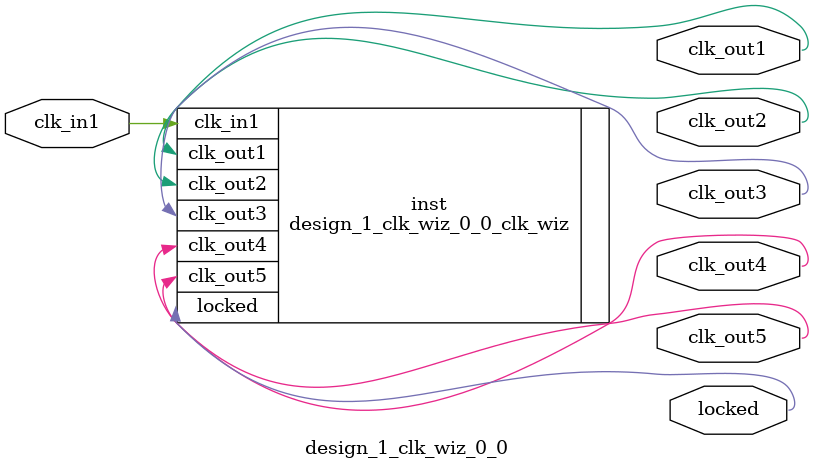
<source format=v>


`timescale 1ps/1ps

(* CORE_GENERATION_INFO = "design_1_clk_wiz_0_0,clk_wiz_v6_0_1_0_0,{component_name=design_1_clk_wiz_0_0,use_phase_alignment=true,use_min_o_jitter=false,use_max_i_jitter=false,use_dyn_phase_shift=false,use_inclk_switchover=false,use_dyn_reconfig=false,enable_axi=0,feedback_source=FDBK_AUTO,PRIMITIVE=MMCM,num_out_clk=5,clkin1_period=83.333,clkin2_period=10.0,use_power_down=false,use_reset=false,use_locked=true,use_inclk_stopped=false,feedback_type=SINGLE,CLOCK_MGR_TYPE=NA,manual_override=false}" *)

module design_1_clk_wiz_0_0 
 (
  // Clock out ports
  output        clk_out1,
  output        clk_out2,
  output        clk_out3,
  output        clk_out4,
  output        clk_out5,
  // Status and control signals
  output        locked,
 // Clock in ports
  input         clk_in1
 );

  design_1_clk_wiz_0_0_clk_wiz inst
  (
  // Clock out ports  
  .clk_out1(clk_out1),
  .clk_out2(clk_out2),
  .clk_out3(clk_out3),
  .clk_out4(clk_out4),
  .clk_out5(clk_out5),
  // Status and control signals               
  .locked(locked),
 // Clock in ports
  .clk_in1(clk_in1)
  );

endmodule

</source>
